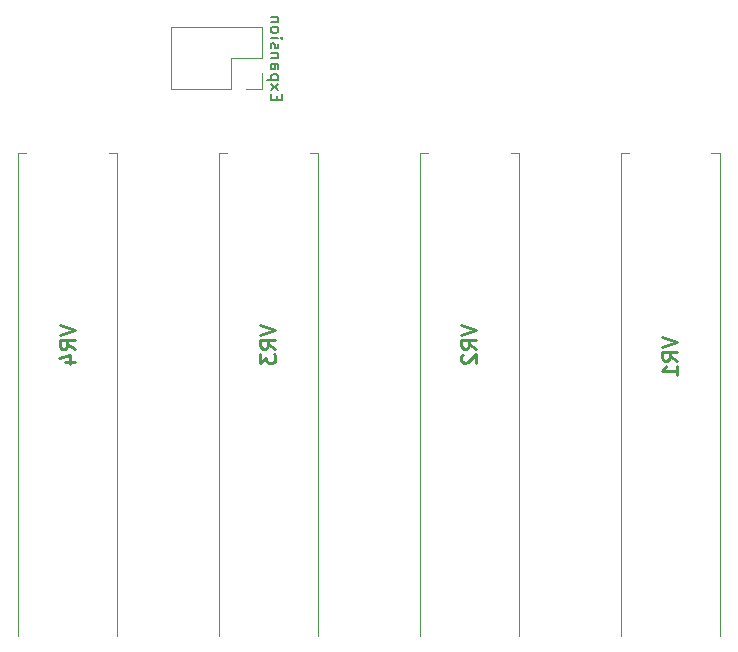
<source format=gbo>
G04 #@! TF.GenerationSoftware,KiCad,Pcbnew,(5.1.5)-3*
G04 #@! TF.CreationDate,2021-02-08T23:57:45+00:00*
G04 #@! TF.ProjectId,faderbox,66616465-7262-46f7-982e-6b696361645f,rev?*
G04 #@! TF.SameCoordinates,Original*
G04 #@! TF.FileFunction,Legend,Bot*
G04 #@! TF.FilePolarity,Positive*
%FSLAX46Y46*%
G04 Gerber Fmt 4.6, Leading zero omitted, Abs format (unit mm)*
G04 Created by KiCad (PCBNEW (5.1.5)-3) date 2021-02-08 23:57:45*
%MOMM*%
%LPD*%
G04 APERTURE LIST*
%ADD10C,0.100000*%
%ADD11C,0.120000*%
%ADD12C,0.254000*%
%ADD13C,0.150000*%
G04 APERTURE END LIST*
D10*
X55675000Y-38750000D02*
X56375000Y-38750000D01*
X55675000Y-79640000D02*
X55675000Y-38750000D01*
X64075000Y-38750000D02*
X64075000Y-79640000D01*
X63375000Y-38750000D02*
X64075000Y-38750000D01*
X106675000Y-38750000D02*
X107375000Y-38750000D01*
X106675000Y-79640000D02*
X106675000Y-38750000D01*
X115075000Y-38750000D02*
X115075000Y-79640000D01*
X114375000Y-38750000D02*
X115075000Y-38750000D01*
X89675000Y-38750000D02*
X90375000Y-38750000D01*
X89675000Y-79640000D02*
X89675000Y-38750000D01*
X98075000Y-38750000D02*
X98075000Y-79640000D01*
X97375000Y-38750000D02*
X98075000Y-38750000D01*
X72675000Y-38750000D02*
X73375000Y-38750000D01*
X72675000Y-79640000D02*
X72675000Y-38750000D01*
X81075000Y-38750000D02*
X81075000Y-79640000D01*
X80375000Y-38750000D02*
X81075000Y-38750000D01*
D11*
X68590000Y-33330000D02*
X68590000Y-28130000D01*
X73730000Y-33330000D02*
X68590000Y-33330000D01*
X76330000Y-28130000D02*
X68590000Y-28130000D01*
X73730000Y-33330000D02*
X73730000Y-30730000D01*
X73730000Y-30730000D02*
X76330000Y-30730000D01*
X76330000Y-30730000D02*
X76330000Y-28130000D01*
X75000000Y-33330000D02*
X76330000Y-33330000D01*
X76330000Y-33330000D02*
X76330000Y-32000000D01*
D12*
X59179523Y-53336904D02*
X60449523Y-53760238D01*
X59179523Y-54183571D01*
X60449523Y-55332619D02*
X59844761Y-54909285D01*
X60449523Y-54606904D02*
X59179523Y-54606904D01*
X59179523Y-55090714D01*
X59240000Y-55211666D01*
X59300476Y-55272142D01*
X59421428Y-55332619D01*
X59602857Y-55332619D01*
X59723809Y-55272142D01*
X59784285Y-55211666D01*
X59844761Y-55090714D01*
X59844761Y-54606904D01*
X59602857Y-56421190D02*
X60449523Y-56421190D01*
X59119047Y-56118809D02*
X60026190Y-55816428D01*
X60026190Y-56602619D01*
X110179523Y-54336904D02*
X111449523Y-54760238D01*
X110179523Y-55183571D01*
X111449523Y-56332619D02*
X110844761Y-55909285D01*
X111449523Y-55606904D02*
X110179523Y-55606904D01*
X110179523Y-56090714D01*
X110240000Y-56211666D01*
X110300476Y-56272142D01*
X110421428Y-56332619D01*
X110602857Y-56332619D01*
X110723809Y-56272142D01*
X110784285Y-56211666D01*
X110844761Y-56090714D01*
X110844761Y-55606904D01*
X111449523Y-57542142D02*
X111449523Y-56816428D01*
X111449523Y-57179285D02*
X110179523Y-57179285D01*
X110360952Y-57058333D01*
X110481904Y-56937380D01*
X110542380Y-56816428D01*
X93179523Y-53336904D02*
X94449523Y-53760238D01*
X93179523Y-54183571D01*
X94449523Y-55332619D02*
X93844761Y-54909285D01*
X94449523Y-54606904D02*
X93179523Y-54606904D01*
X93179523Y-55090714D01*
X93240000Y-55211666D01*
X93300476Y-55272142D01*
X93421428Y-55332619D01*
X93602857Y-55332619D01*
X93723809Y-55272142D01*
X93784285Y-55211666D01*
X93844761Y-55090714D01*
X93844761Y-54606904D01*
X93300476Y-55816428D02*
X93240000Y-55876904D01*
X93179523Y-55997857D01*
X93179523Y-56300238D01*
X93240000Y-56421190D01*
X93300476Y-56481666D01*
X93421428Y-56542142D01*
X93542380Y-56542142D01*
X93723809Y-56481666D01*
X94449523Y-55755952D01*
X94449523Y-56542142D01*
X76179523Y-53336904D02*
X77449523Y-53760238D01*
X76179523Y-54183571D01*
X77449523Y-55332619D02*
X76844761Y-54909285D01*
X77449523Y-54606904D02*
X76179523Y-54606904D01*
X76179523Y-55090714D01*
X76240000Y-55211666D01*
X76300476Y-55272142D01*
X76421428Y-55332619D01*
X76602857Y-55332619D01*
X76723809Y-55272142D01*
X76784285Y-55211666D01*
X76844761Y-55090714D01*
X76844761Y-54606904D01*
X76179523Y-55755952D02*
X76179523Y-56542142D01*
X76663333Y-56118809D01*
X76663333Y-56300238D01*
X76723809Y-56421190D01*
X76784285Y-56481666D01*
X76905238Y-56542142D01*
X77207619Y-56542142D01*
X77328571Y-56481666D01*
X77389047Y-56421190D01*
X77449523Y-56300238D01*
X77449523Y-55937380D01*
X77389047Y-55816428D01*
X77328571Y-55755952D01*
D13*
X77571428Y-34253809D02*
X77571428Y-33920476D01*
X77047619Y-33777619D02*
X77047619Y-34253809D01*
X78047619Y-34253809D01*
X78047619Y-33777619D01*
X77047619Y-33444285D02*
X77714285Y-32920476D01*
X77714285Y-33444285D02*
X77047619Y-32920476D01*
X77714285Y-32539523D02*
X76714285Y-32539523D01*
X77666666Y-32539523D02*
X77714285Y-32444285D01*
X77714285Y-32253809D01*
X77666666Y-32158571D01*
X77619047Y-32110952D01*
X77523809Y-32063333D01*
X77238095Y-32063333D01*
X77142857Y-32110952D01*
X77095238Y-32158571D01*
X77047619Y-32253809D01*
X77047619Y-32444285D01*
X77095238Y-32539523D01*
X77047619Y-31206190D02*
X77571428Y-31206190D01*
X77666666Y-31253809D01*
X77714285Y-31349047D01*
X77714285Y-31539523D01*
X77666666Y-31634761D01*
X77095238Y-31206190D02*
X77047619Y-31301428D01*
X77047619Y-31539523D01*
X77095238Y-31634761D01*
X77190476Y-31682380D01*
X77285714Y-31682380D01*
X77380952Y-31634761D01*
X77428571Y-31539523D01*
X77428571Y-31301428D01*
X77476190Y-31206190D01*
X77714285Y-30730000D02*
X77047619Y-30730000D01*
X77619047Y-30730000D02*
X77666666Y-30682380D01*
X77714285Y-30587142D01*
X77714285Y-30444285D01*
X77666666Y-30349047D01*
X77571428Y-30301428D01*
X77047619Y-30301428D01*
X77095238Y-29872857D02*
X77047619Y-29777619D01*
X77047619Y-29587142D01*
X77095238Y-29491904D01*
X77190476Y-29444285D01*
X77238095Y-29444285D01*
X77333333Y-29491904D01*
X77380952Y-29587142D01*
X77380952Y-29730000D01*
X77428571Y-29825238D01*
X77523809Y-29872857D01*
X77571428Y-29872857D01*
X77666666Y-29825238D01*
X77714285Y-29730000D01*
X77714285Y-29587142D01*
X77666666Y-29491904D01*
X77047619Y-29015714D02*
X77714285Y-29015714D01*
X78047619Y-29015714D02*
X78000000Y-29063333D01*
X77952380Y-29015714D01*
X78000000Y-28968095D01*
X78047619Y-29015714D01*
X77952380Y-29015714D01*
X77047619Y-28396666D02*
X77095238Y-28491904D01*
X77142857Y-28539523D01*
X77238095Y-28587142D01*
X77523809Y-28587142D01*
X77619047Y-28539523D01*
X77666666Y-28491904D01*
X77714285Y-28396666D01*
X77714285Y-28253809D01*
X77666666Y-28158571D01*
X77619047Y-28110952D01*
X77523809Y-28063333D01*
X77238095Y-28063333D01*
X77142857Y-28110952D01*
X77095238Y-28158571D01*
X77047619Y-28253809D01*
X77047619Y-28396666D01*
X77714285Y-27634761D02*
X77047619Y-27634761D01*
X77619047Y-27634761D02*
X77666666Y-27587142D01*
X77714285Y-27491904D01*
X77714285Y-27349047D01*
X77666666Y-27253809D01*
X77571428Y-27206190D01*
X77047619Y-27206190D01*
M02*

</source>
